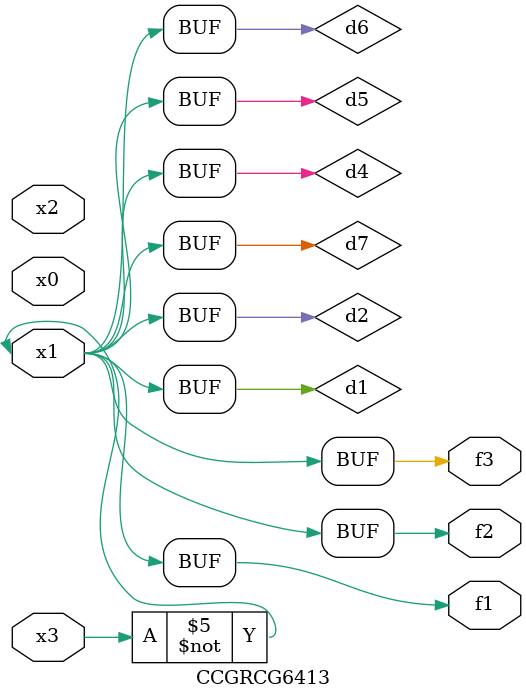
<source format=v>
module CCGRCG6413(
	input x0, x1, x2, x3,
	output f1, f2, f3
);

	wire d1, d2, d3, d4, d5, d6, d7;

	not (d1, x3);
	buf (d2, x1);
	xnor (d3, d1, d2);
	nor (d4, d1);
	buf (d5, d1, d2);
	buf (d6, d4, d5);
	nand (d7, d4);
	assign f1 = d6;
	assign f2 = d7;
	assign f3 = d6;
endmodule

</source>
